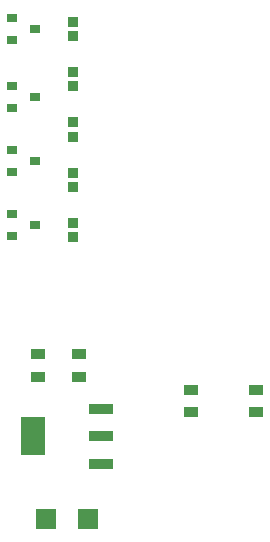
<source format=gbr>
%TF.GenerationSoftware,Altium Limited,Altium Designer,24.6.1 (21)*%
G04 Layer_Color=8421504*
%FSLAX45Y45*%
%MOMM*%
%TF.SameCoordinates,9A433DDD-85E4-4EE4-B99C-1E68303A8431*%
%TF.FilePolarity,Positive*%
%TF.FileFunction,Paste,Top*%
%TF.Part,Single*%
G01*
G75*
%TA.AperFunction,SMDPad,CuDef*%
%ADD10R,1.70000X1.68000*%
%ADD11R,0.90000X0.80000*%
%ADD12R,0.85822X0.80606*%
%ADD13R,2.15000X3.25000*%
%ADD14R,2.15000X0.95000*%
%ADD15R,1.30000X0.90000*%
D10*
X1029001Y800000D02*
D03*
X670998D02*
D03*
D11*
X381499Y4469930D02*
D03*
Y4279927D02*
D03*
X581499Y4374929D02*
D03*
X381499Y5045001D02*
D03*
Y4854999D02*
D03*
X581499Y4950000D02*
D03*
Y3291197D02*
D03*
X381499Y3196196D02*
D03*
Y3386198D02*
D03*
X581499Y3833065D02*
D03*
X381499Y3738064D02*
D03*
Y3928066D02*
D03*
D12*
X900000Y5010101D02*
D03*
Y4889888D02*
D03*
Y3735103D02*
D03*
Y3614889D02*
D03*
Y4160105D02*
D03*
Y4039892D02*
D03*
Y4585103D02*
D03*
Y4464890D02*
D03*
Y3189892D02*
D03*
Y3310110D02*
D03*
D13*
X559995Y1499999D02*
D03*
D14*
X1139999D02*
D03*
Y1269997D02*
D03*
Y1730001D02*
D03*
D15*
X600000Y2195004D02*
D03*
Y2005002D02*
D03*
X949997D02*
D03*
Y2195004D02*
D03*
X2449999Y1704997D02*
D03*
Y1895000D02*
D03*
X1899998Y1704997D02*
D03*
Y1895000D02*
D03*
%TF.MD5,6fd3b7718aacf0824e5af77ff0b81321*%
M02*

</source>
